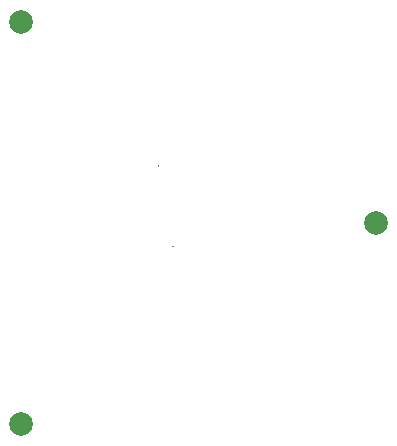
<source format=gbl>
%TF.GenerationSoftware,KiCad,Pcbnew,(6.0.2)*%
%TF.CreationDate,2022-06-23T15:04:17+02:00*%
%TF.ProjectId,touch,746f7563-682e-46b6-9963-61645f706362,rev?*%
%TF.SameCoordinates,Original*%
%TF.FileFunction,Copper,L2,Bot*%
%TF.FilePolarity,Positive*%
%FSLAX46Y46*%
G04 Gerber Fmt 4.6, Leading zero omitted, Abs format (unit mm)*
G04 Created by KiCad (PCBNEW (6.0.2)) date 2022-06-23 15:04:17*
%MOMM*%
%LPD*%
G01*
G04 APERTURE LIST*
%TA.AperFunction,NonConductor*%
%ADD10C,0.200000*%
%TD*%
%TA.AperFunction,ComponentPad*%
%ADD11C,2.000000*%
%TD*%
G04 APERTURE END LIST*
D10*
X2860001Y-2030000D02*
G75*
G03*
X2860001Y-2030000I-1J0D01*
G01*
X1600001Y4820000D02*
G75*
G03*
X1600001Y4820000I-1J0D01*
G01*
D11*
%TO.P,T1,0,0*%
%TO.N,unconnected-(T1-Pad0)*%
X-10000000Y-17000000D03*
%TO.P,T1,1,1*%
%TO.N,unconnected-(T1-Pad1)*%
X20000000Y0D03*
%TO.P,T1,2,2*%
%TO.N,unconnected-(T1-Pad2)*%
X-10000000Y17000000D03*
%TD*%
M02*

</source>
